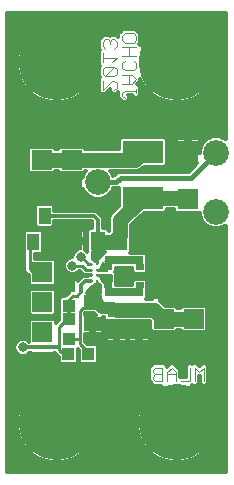
<source format=gbr>
G75*
G70*
%OFA0B0*%
%FSLAX24Y24*%
%IPPOS*%
%LPD*%
%AMOC8*
5,1,8,0,0,1.08239X$1,22.5*
%
%ADD10C,0.0040*%
%ADD11C,0.0118*%
%ADD12R,0.1299X0.0252*%
%ADD13R,0.0252X0.0201*%
%ADD14R,0.0512X0.0591*%
%ADD15R,0.0591X0.0512*%
%ADD16R,0.0394X0.0433*%
%ADD17R,0.0433X0.0394*%
%ADD18R,0.0650X0.0650*%
%ADD19R,0.0500X0.1000*%
%ADD20R,0.0394X0.0551*%
%ADD21R,0.1339X0.0748*%
%ADD22R,0.0669X0.0709*%
%ADD23C,0.2540*%
%ADD24C,0.0860*%
%ADD25C,0.0120*%
%ADD26C,0.0317*%
%ADD27C,0.0500*%
%ADD28C,0.0100*%
%ADD29C,0.0400*%
%ADD30C,0.0160*%
D10*
X005344Y007383D02*
X005574Y007383D01*
X005574Y007843D01*
X005344Y007843D01*
X005267Y007767D01*
X005267Y007690D01*
X005344Y007613D01*
X005574Y007613D01*
X005727Y007613D02*
X006034Y007613D01*
X006034Y007690D02*
X005881Y007843D01*
X005727Y007690D01*
X005727Y007383D01*
X006034Y007383D02*
X006034Y007690D01*
X006188Y007383D02*
X006495Y007383D01*
X006495Y007843D01*
X006648Y007843D02*
X006648Y007383D01*
X006802Y007690D02*
X006648Y007843D01*
X006802Y007690D02*
X006955Y007843D01*
X006955Y007383D01*
X005344Y007383D02*
X005267Y007460D01*
X005267Y007536D01*
X005344Y007613D01*
X004322Y016831D02*
X004245Y016908D01*
X004245Y016984D01*
X004322Y017061D01*
X004705Y017061D01*
X004705Y016984D02*
X004705Y017138D01*
X004552Y017291D02*
X004705Y017445D01*
X004552Y017598D01*
X004245Y017598D01*
X004322Y017752D02*
X004245Y017829D01*
X004245Y017982D01*
X004322Y018059D01*
X004245Y018212D02*
X004705Y018212D01*
X004629Y018059D02*
X004705Y017982D01*
X004705Y017829D01*
X004629Y017752D01*
X004322Y017752D01*
X004475Y017598D02*
X004475Y017291D01*
X004552Y017291D02*
X004245Y017291D01*
X004055Y017322D02*
X004055Y017168D01*
X003979Y017091D01*
X004055Y017322D02*
X003979Y017398D01*
X003902Y017398D01*
X003595Y017091D01*
X003595Y017398D01*
X003672Y017552D02*
X003979Y017859D01*
X003672Y017859D01*
X003595Y017782D01*
X003595Y017629D01*
X003672Y017552D01*
X003979Y017552D01*
X004055Y017629D01*
X004055Y017782D01*
X003979Y017859D01*
X003902Y018012D02*
X004055Y018166D01*
X003595Y018166D01*
X003595Y018319D02*
X003595Y018012D01*
X003672Y018473D02*
X003595Y018549D01*
X003595Y018703D01*
X003672Y018780D01*
X003748Y018780D01*
X003825Y018703D01*
X003825Y018626D01*
X003825Y018703D02*
X003902Y018780D01*
X003979Y018780D01*
X004055Y018703D01*
X004055Y018549D01*
X003979Y018473D01*
X004245Y018519D02*
X004705Y018519D01*
X004629Y018673D02*
X004322Y018673D01*
X004245Y018749D01*
X004245Y018903D01*
X004322Y018980D01*
X004629Y018980D01*
X004705Y018903D01*
X004705Y018749D01*
X004629Y018673D01*
X004475Y018519D02*
X004475Y018212D01*
D11*
X003398Y011308D03*
X003202Y011308D03*
X003202Y011111D03*
X003398Y011111D03*
X003398Y010915D03*
X003202Y010915D03*
X003202Y010718D03*
X003398Y010718D03*
D12*
X004300Y010364D03*
X004300Y011412D03*
D13*
X003776Y011189D03*
X003776Y010587D03*
X004824Y010587D03*
X004824Y011189D03*
D14*
X003424Y012063D03*
X002676Y012063D03*
D15*
X003250Y010037D03*
X003250Y009289D03*
X004050Y009014D03*
X004050Y009762D03*
X004800Y009762D03*
X004800Y009014D03*
D16*
X003110Y008288D03*
X002440Y008288D03*
D17*
X002475Y008778D03*
X002475Y009448D03*
X002475Y009903D03*
X002475Y010573D03*
D18*
X001575Y011013D03*
X001575Y010013D03*
X001575Y009013D03*
X001575Y008013D03*
X001550Y013763D03*
X001550Y014763D03*
X001550Y015763D03*
X002550Y015763D03*
X002550Y014763D03*
X002550Y013763D03*
X005625Y010463D03*
X005625Y009463D03*
X005625Y008463D03*
X006625Y008463D03*
X006625Y009463D03*
X006625Y010463D03*
D19*
X005800Y012263D03*
X004175Y012263D03*
D20*
X002024Y012030D03*
X001650Y012896D03*
X001276Y012030D03*
D21*
X004925Y013495D03*
X004925Y015031D03*
D22*
X006425Y015070D03*
X006425Y013456D03*
D23*
X006050Y018013D03*
X002050Y018013D03*
X002050Y006013D03*
X006050Y006013D03*
D24*
X007369Y013029D03*
X007369Y014997D03*
X003431Y014013D03*
D25*
X000410Y019653D02*
X000410Y004373D01*
X007690Y004373D01*
X007690Y012572D01*
X007680Y012562D01*
X007478Y012479D01*
X007259Y012479D01*
X007057Y012562D01*
X006902Y012717D01*
X006819Y012919D01*
X006819Y012991D01*
X006809Y012982D01*
X006041Y012982D01*
X005970Y013052D01*
X005970Y013125D01*
X005714Y013125D01*
X005714Y013072D01*
X005644Y013001D01*
X004954Y013001D01*
X004545Y012592D01*
X004545Y011713D01*
X004489Y011658D01*
X004999Y011658D01*
X005070Y011587D01*
X005070Y011039D01*
X004999Y010969D01*
X004648Y010969D01*
X004578Y011039D01*
X004578Y011166D01*
X004022Y011166D01*
X004022Y011039D01*
X004006Y011023D01*
X004045Y010983D01*
X004045Y010610D01*
X004578Y010610D01*
X004578Y010737D01*
X004648Y010807D01*
X004999Y010807D01*
X005070Y010737D01*
X005070Y010189D01*
X005019Y010138D01*
X005145Y010138D01*
X005151Y010132D01*
X005240Y010132D01*
X005240Y010435D01*
X005597Y010435D01*
X005597Y010490D01*
X005240Y010490D01*
X005240Y010800D01*
X005249Y010822D01*
X005266Y010839D01*
X005288Y010848D01*
X005597Y010848D01*
X005597Y010490D01*
X005653Y010490D01*
X006010Y010490D01*
X006010Y010800D01*
X006001Y010822D01*
X005984Y010839D01*
X005962Y010848D01*
X005653Y010848D01*
X005653Y010490D01*
X005653Y010435D01*
X006010Y010435D01*
X006010Y010126D01*
X006001Y010104D01*
X005984Y010087D01*
X005962Y010078D01*
X005653Y010078D01*
X005653Y010435D01*
X005597Y010435D01*
X005597Y010078D01*
X005505Y010078D01*
X005511Y010076D01*
X005678Y009908D01*
X006000Y009908D01*
X006070Y009838D01*
X006070Y009833D01*
X006180Y009833D01*
X006180Y009838D01*
X006250Y009908D01*
X007000Y009908D01*
X007070Y009838D01*
X007070Y009088D01*
X007000Y009018D01*
X006250Y009018D01*
X006180Y009088D01*
X006180Y009093D01*
X006070Y009093D01*
X006070Y009088D01*
X006000Y009018D01*
X005250Y009018D01*
X005180Y009088D01*
X005180Y009360D01*
X005149Y009390D01*
X005145Y009386D01*
X004455Y009386D01*
X004449Y009392D01*
X004401Y009392D01*
X004395Y009386D01*
X003705Y009386D01*
X003635Y009456D01*
X003635Y009518D01*
X003605Y009518D01*
X003605Y009349D01*
X003310Y009349D01*
X003190Y009349D01*
X003190Y009605D01*
X002995Y009605D01*
X002995Y009661D01*
X003299Y009661D01*
X003304Y009657D01*
X003356Y009605D01*
X003310Y009605D01*
X003310Y009349D01*
X003310Y009229D01*
X003605Y009229D01*
X003605Y009021D01*
X003596Y008999D01*
X003579Y008982D01*
X003557Y008973D01*
X003310Y008973D01*
X003310Y009229D01*
X003190Y009229D01*
X003190Y008973D01*
X002995Y008973D01*
X002995Y008799D01*
X003009Y008768D01*
X002995Y008732D01*
X002995Y008693D01*
X003064Y008625D01*
X003356Y008625D01*
X003426Y008554D01*
X003426Y008022D01*
X003356Y007951D01*
X002863Y007951D01*
X002793Y008022D01*
X002793Y008414D01*
X002757Y008450D01*
X002757Y008022D01*
X002687Y007951D01*
X002194Y007951D01*
X002124Y008022D01*
X002124Y008199D01*
X002055Y008268D01*
X002055Y008268D01*
X001990Y008333D01*
X001960Y008333D01*
X001960Y008040D01*
X001603Y008040D01*
X001603Y007985D01*
X001960Y007985D01*
X001960Y007676D01*
X001951Y007654D01*
X001934Y007637D01*
X001912Y007628D01*
X001603Y007628D01*
X001603Y007985D01*
X001547Y007985D01*
X001547Y007628D01*
X001238Y007628D01*
X001216Y007637D01*
X001199Y007654D01*
X001190Y007676D01*
X001190Y007985D01*
X001547Y007985D01*
X001547Y008040D01*
X001190Y008040D01*
X001190Y008333D01*
X001139Y008333D01*
X001083Y008277D01*
X000980Y008234D01*
X000870Y008234D01*
X000767Y008277D01*
X000689Y008355D01*
X000646Y008458D01*
X000646Y008568D01*
X000689Y008671D01*
X000767Y008749D01*
X000870Y008792D01*
X000980Y008792D01*
X001083Y008749D01*
X001130Y008702D01*
X001130Y009388D01*
X001200Y009458D01*
X001950Y009458D01*
X002020Y009388D01*
X002020Y009323D01*
X002055Y009358D01*
X002138Y009442D01*
X002138Y010150D01*
X002209Y010220D01*
X002342Y010220D01*
X002430Y010308D01*
X002513Y010392D01*
X002513Y010534D01*
X002437Y010534D01*
X002437Y010316D01*
X002247Y010316D01*
X002224Y010325D01*
X002208Y010342D01*
X002198Y010364D01*
X002198Y010534D01*
X002437Y010534D01*
X002437Y010611D01*
X002437Y010829D01*
X002247Y010829D01*
X002224Y010820D01*
X002208Y010803D01*
X002198Y010781D01*
X002198Y010611D01*
X002437Y010611D01*
X002513Y010611D01*
X002513Y010829D01*
X002703Y010829D01*
X002726Y010820D01*
X002742Y010803D01*
X002752Y010781D01*
X002752Y010719D01*
X002800Y010768D01*
X002930Y010898D01*
X003083Y010898D01*
X003083Y010899D01*
X003083Y010915D01*
X003202Y010915D01*
X003202Y010915D01*
X003083Y010915D01*
X003083Y010930D01*
X003086Y010941D01*
X002956Y010941D01*
X002830Y011068D01*
X002799Y011068D01*
X002733Y011002D01*
X002630Y010959D01*
X002520Y010959D01*
X002417Y011002D01*
X002339Y011080D01*
X002296Y011183D01*
X002296Y011293D01*
X002339Y011396D01*
X002417Y011474D01*
X002520Y011517D01*
X002571Y011517D01*
X002571Y011568D01*
X002614Y011671D01*
X002692Y011749D01*
X002736Y011767D01*
X002736Y012003D01*
X002736Y012123D01*
X002992Y012123D01*
X002992Y012370D01*
X002983Y012392D01*
X002966Y012409D01*
X002944Y012418D01*
X002736Y012418D01*
X002736Y012123D01*
X002616Y012123D01*
X002616Y012418D01*
X002408Y012418D01*
X002386Y012409D01*
X002369Y012392D01*
X002360Y012370D01*
X002360Y012123D01*
X002616Y012123D01*
X002616Y012003D01*
X002736Y012003D01*
X002992Y012003D01*
X002992Y011756D01*
X003008Y011749D01*
X003055Y011702D01*
X003055Y011711D01*
X003048Y011718D01*
X003048Y012408D01*
X003118Y012478D01*
X003245Y012478D01*
X003245Y012688D01*
X003217Y012716D01*
X001967Y012716D01*
X001967Y012571D01*
X001897Y012500D01*
X001403Y012500D01*
X001333Y012571D01*
X001333Y013221D01*
X001403Y013292D01*
X001897Y013292D01*
X001967Y013221D01*
X001967Y013076D01*
X003366Y013076D01*
X003500Y012943D01*
X003605Y012838D01*
X003605Y012478D01*
X003730Y012478D01*
X003798Y012410D01*
X003805Y012416D01*
X003805Y012819D01*
X003861Y012955D01*
X004136Y013229D01*
X004136Y013839D01*
X004109Y013813D01*
X003944Y013813D01*
X003898Y013701D01*
X003743Y013547D01*
X003541Y013463D01*
X003322Y013463D01*
X003120Y013547D01*
X002965Y013701D01*
X002928Y013790D01*
X002578Y013790D01*
X002578Y013735D01*
X002935Y013735D01*
X002935Y013426D01*
X002926Y013404D01*
X002909Y013387D01*
X002887Y013378D01*
X002578Y013378D01*
X002578Y013735D01*
X002522Y013735D01*
X002522Y013378D01*
X002213Y013378D01*
X002191Y013387D01*
X002174Y013404D01*
X002165Y013426D01*
X002165Y013735D01*
X002522Y013735D01*
X002522Y013790D01*
X002165Y013790D01*
X002165Y014100D01*
X002174Y014122D01*
X002191Y014139D01*
X002213Y014148D01*
X002522Y014148D01*
X002522Y013790D01*
X002578Y013790D01*
X002578Y014148D01*
X002887Y014148D01*
X002891Y014146D01*
X002965Y014325D01*
X003034Y014393D01*
X002995Y014393D01*
X002995Y014388D01*
X002925Y014318D01*
X002175Y014318D01*
X002105Y014388D01*
X002105Y014393D01*
X001995Y014393D01*
X001995Y014388D01*
X001925Y014318D01*
X001175Y014318D01*
X001105Y014388D01*
X001105Y015138D01*
X001175Y015208D01*
X001925Y015208D01*
X001995Y015138D01*
X001995Y015133D01*
X002105Y015133D01*
X002105Y015138D01*
X002175Y015208D01*
X002925Y015208D01*
X002995Y015138D01*
X002995Y015133D01*
X004136Y015133D01*
X004136Y015454D01*
X004206Y015525D01*
X005644Y015525D01*
X005714Y015454D01*
X005714Y014607D01*
X005644Y014537D01*
X004954Y014537D01*
X004867Y014449D01*
X004731Y014393D01*
X003829Y014393D01*
X003898Y014325D01*
X003944Y014213D01*
X003984Y014253D01*
X004101Y014370D01*
X006459Y014370D01*
X006744Y014656D01*
X006485Y014656D01*
X006485Y015010D01*
X006365Y015010D01*
X006365Y014656D01*
X006078Y014656D01*
X006056Y014665D01*
X006039Y014682D01*
X006030Y014704D01*
X006030Y015010D01*
X006365Y015010D01*
X006365Y015130D01*
X006030Y015130D01*
X006030Y015436D01*
X006039Y015458D01*
X006056Y015475D01*
X006078Y015484D01*
X006365Y015484D01*
X006365Y015130D01*
X006485Y015130D01*
X006820Y015130D01*
X006820Y015436D01*
X006811Y015458D01*
X006794Y015475D01*
X006772Y015484D01*
X006485Y015484D01*
X006485Y015130D01*
X006485Y015010D01*
X006819Y015010D01*
X006819Y015107D01*
X006902Y015309D01*
X007057Y015464D01*
X007259Y015547D01*
X007478Y015547D01*
X007680Y015464D01*
X007690Y015454D01*
X007690Y019653D01*
X000410Y019653D01*
X000410Y019537D02*
X007690Y019537D01*
X007690Y019418D02*
X000410Y019418D01*
X000410Y019300D02*
X001709Y019300D01*
X001726Y019305D02*
X001601Y019267D01*
X001481Y019217D01*
X001365Y019155D01*
X001257Y019083D01*
X001156Y019000D01*
X001063Y018907D01*
X000980Y018806D01*
X000908Y018698D01*
X000846Y018582D01*
X000796Y018462D01*
X000758Y018337D01*
X000733Y018208D01*
X000720Y018078D01*
X000720Y018073D01*
X001990Y018073D01*
X001990Y019343D01*
X001985Y019343D01*
X001855Y019330D01*
X001726Y019305D01*
X001990Y019300D02*
X002110Y019300D01*
X002115Y019343D02*
X002110Y019343D01*
X002110Y018073D01*
X001990Y018073D01*
X001990Y017953D01*
X000720Y017953D01*
X000720Y017948D01*
X000733Y017818D01*
X000758Y017689D01*
X000796Y017564D01*
X000846Y017444D01*
X000908Y017328D01*
X000980Y017220D01*
X001063Y017119D01*
X001156Y017026D01*
X001257Y016943D01*
X001365Y016871D01*
X001481Y016809D01*
X001601Y016759D01*
X001726Y016721D01*
X001855Y016696D01*
X001985Y016683D01*
X001990Y016683D01*
X001990Y017953D01*
X002110Y017953D01*
X002110Y018073D01*
X003380Y018073D01*
X003380Y018078D01*
X003367Y018208D01*
X003342Y018337D01*
X003304Y018462D01*
X003254Y018582D01*
X003192Y018698D01*
X003120Y018806D01*
X003037Y018907D01*
X002944Y019000D01*
X002843Y019083D01*
X002735Y019155D01*
X002619Y019217D01*
X002499Y019267D01*
X002374Y019305D01*
X002245Y019330D01*
X002115Y019343D01*
X002110Y019181D02*
X001990Y019181D01*
X001990Y019063D02*
X002110Y019063D01*
X002110Y018944D02*
X001990Y018944D01*
X001990Y018826D02*
X002110Y018826D01*
X002110Y018707D02*
X001990Y018707D01*
X001990Y018589D02*
X002110Y018589D01*
X002110Y018470D02*
X001990Y018470D01*
X001990Y018352D02*
X002110Y018352D01*
X002110Y018233D02*
X001990Y018233D01*
X001990Y018115D02*
X002110Y018115D01*
X002110Y017996D02*
X003455Y017996D01*
X003455Y017954D02*
X003512Y017897D01*
X003509Y017894D01*
X003455Y017840D01*
X003455Y017571D01*
X003512Y017513D01*
X003455Y017456D01*
X003455Y017033D01*
X003537Y016951D01*
X003653Y016951D01*
X003839Y017137D01*
X003839Y017033D01*
X003921Y016951D01*
X004037Y016951D01*
X004105Y017020D01*
X004105Y016850D01*
X004187Y016768D01*
X004264Y016691D01*
X004380Y016691D01*
X004462Y016773D01*
X004462Y016889D01*
X004430Y016921D01*
X004571Y016921D01*
X004647Y016844D01*
X004763Y016844D01*
X004845Y016926D01*
X004845Y017196D01*
X004763Y017278D01*
X004736Y017278D01*
X004763Y017305D01*
X004763Y017305D01*
X004845Y017387D01*
X004845Y017446D01*
X004846Y017444D01*
X004908Y017328D01*
X004980Y017220D01*
X005063Y017119D01*
X005156Y017026D01*
X005257Y016943D01*
X005365Y016871D01*
X005481Y016809D01*
X005601Y016759D01*
X005726Y016721D01*
X005855Y016696D01*
X005985Y016683D01*
X005990Y016683D01*
X005990Y017953D01*
X006110Y017953D01*
X006110Y018073D01*
X005990Y018073D01*
X005990Y019343D01*
X005985Y019343D01*
X005855Y019330D01*
X005726Y019305D01*
X005601Y019267D01*
X005481Y019217D01*
X005365Y019155D01*
X005257Y019083D01*
X005156Y019000D01*
X005063Y018907D01*
X004980Y018806D01*
X004908Y018698D01*
X004846Y018582D01*
X004844Y018578D01*
X004788Y018634D01*
X004792Y018638D01*
X004845Y018691D01*
X004845Y018961D01*
X004687Y019120D01*
X004264Y019120D01*
X004212Y019067D01*
X004182Y019038D01*
X004182Y019038D01*
X004157Y019013D01*
X004105Y018961D01*
X004105Y018851D01*
X004037Y018920D01*
X003844Y018920D01*
X003825Y018901D01*
X003806Y018920D01*
X003614Y018920D01*
X003560Y018866D01*
X003532Y018838D01*
X003532Y018838D01*
X003509Y018814D01*
X003455Y018761D01*
X003455Y018491D01*
X003512Y018434D01*
X003455Y018377D01*
X003455Y017954D01*
X003380Y017953D02*
X002110Y017953D01*
X002110Y016683D01*
X002115Y016683D01*
X002245Y016696D01*
X002374Y016721D01*
X002499Y016759D01*
X002619Y016809D01*
X002735Y016871D01*
X002843Y016943D01*
X002944Y017026D01*
X003037Y017119D01*
X003120Y017220D01*
X003192Y017328D01*
X003254Y017444D01*
X003304Y017564D01*
X003342Y017689D01*
X003367Y017818D01*
X003380Y017948D01*
X003380Y017953D01*
X003373Y017878D02*
X003493Y017878D01*
X003455Y017759D02*
X003356Y017759D01*
X003327Y017641D02*
X003455Y017641D01*
X003504Y017522D02*
X003286Y017522D01*
X003232Y017404D02*
X003455Y017404D01*
X003455Y017285D02*
X003163Y017285D01*
X003076Y017167D02*
X003455Y017167D01*
X003455Y017048D02*
X002966Y017048D01*
X002822Y016930D02*
X004105Y016930D01*
X004144Y016811D02*
X002623Y016811D01*
X002212Y016693D02*
X004262Y016693D01*
X004381Y016693D02*
X005888Y016693D01*
X005990Y016693D02*
X006110Y016693D01*
X006110Y016683D02*
X006115Y016683D01*
X006245Y016696D01*
X006374Y016721D01*
X006499Y016759D01*
X006619Y016809D01*
X006735Y016871D01*
X006843Y016943D01*
X006944Y017026D01*
X007037Y017119D01*
X007120Y017220D01*
X007192Y017328D01*
X007254Y017444D01*
X007304Y017564D01*
X007342Y017689D01*
X007367Y017818D01*
X007380Y017948D01*
X007380Y017953D01*
X006110Y017953D01*
X006110Y016683D01*
X006212Y016693D02*
X007690Y016693D01*
X007690Y016811D02*
X006623Y016811D01*
X006822Y016930D02*
X007690Y016930D01*
X007690Y017048D02*
X006966Y017048D01*
X007076Y017167D02*
X007690Y017167D01*
X007690Y017285D02*
X007163Y017285D01*
X007232Y017404D02*
X007690Y017404D01*
X007690Y017522D02*
X007286Y017522D01*
X007327Y017641D02*
X007690Y017641D01*
X007690Y017759D02*
X007356Y017759D01*
X007373Y017878D02*
X007690Y017878D01*
X007690Y017996D02*
X006110Y017996D01*
X006110Y018073D02*
X007380Y018073D01*
X007380Y018078D01*
X007367Y018208D01*
X007342Y018337D01*
X007304Y018462D01*
X007254Y018582D01*
X007192Y018698D01*
X007120Y018806D01*
X007037Y018907D01*
X006944Y019000D01*
X006843Y019083D01*
X006735Y019155D01*
X006619Y019217D01*
X006499Y019267D01*
X006374Y019305D01*
X006245Y019330D01*
X006115Y019343D01*
X006110Y019343D01*
X006110Y018073D01*
X006110Y018115D02*
X005990Y018115D01*
X005990Y018233D02*
X006110Y018233D01*
X006110Y018352D02*
X005990Y018352D01*
X005990Y018470D02*
X006110Y018470D01*
X006110Y018589D02*
X005990Y018589D01*
X005990Y018707D02*
X006110Y018707D01*
X006110Y018826D02*
X005990Y018826D01*
X005990Y018944D02*
X006110Y018944D01*
X006110Y019063D02*
X005990Y019063D01*
X005990Y019181D02*
X006110Y019181D01*
X006110Y019300D02*
X005990Y019300D01*
X005709Y019300D02*
X002391Y019300D01*
X002686Y019181D02*
X005414Y019181D01*
X005232Y019063D02*
X004744Y019063D01*
X004845Y018944D02*
X005100Y018944D01*
X004996Y018826D02*
X004845Y018826D01*
X004845Y018707D02*
X004914Y018707D01*
X004850Y018589D02*
X004834Y018589D01*
X004207Y019063D02*
X002868Y019063D01*
X003000Y018944D02*
X004105Y018944D01*
X003520Y018826D02*
X003104Y018826D01*
X003186Y018707D02*
X003455Y018707D01*
X003455Y018589D02*
X003250Y018589D01*
X003300Y018470D02*
X003476Y018470D01*
X003455Y018352D02*
X003337Y018352D01*
X003362Y018233D02*
X003455Y018233D01*
X003455Y018115D02*
X003376Y018115D01*
X003750Y017048D02*
X003839Y017048D01*
X004462Y016811D02*
X005477Y016811D01*
X005278Y016930D02*
X004845Y016930D01*
X004845Y017048D02*
X005134Y017048D01*
X005024Y017167D02*
X004845Y017167D01*
X004937Y017285D02*
X004744Y017285D01*
X004845Y017404D02*
X004868Y017404D01*
X004189Y015508D02*
X002935Y015508D01*
X002935Y015426D02*
X002935Y015735D01*
X002578Y015735D01*
X002578Y015790D01*
X002935Y015790D01*
X002935Y016100D01*
X007690Y016100D01*
X007690Y015982D02*
X002935Y015982D01*
X002935Y016100D02*
X002926Y016122D01*
X002909Y016139D01*
X002887Y016148D01*
X002578Y016148D01*
X002578Y015790D01*
X002522Y015790D01*
X002522Y015735D01*
X002578Y015735D01*
X002578Y015378D01*
X002887Y015378D01*
X002909Y015387D01*
X002926Y015404D01*
X002935Y015426D01*
X002911Y015389D02*
X004136Y015389D01*
X004136Y015271D02*
X000410Y015271D01*
X000410Y015389D02*
X001189Y015389D01*
X001191Y015387D02*
X001213Y015378D01*
X001522Y015378D01*
X001522Y015735D01*
X001578Y015735D01*
X001578Y015790D01*
X001935Y015790D01*
X001935Y016100D01*
X002165Y016100D01*
X002165Y015790D01*
X002522Y015790D01*
X002522Y016148D01*
X002213Y016148D01*
X002191Y016139D01*
X002174Y016122D01*
X002165Y016100D01*
X002165Y015982D02*
X001935Y015982D01*
X001935Y016100D02*
X001926Y016122D01*
X001909Y016139D01*
X001887Y016148D01*
X001578Y016148D01*
X001578Y015790D01*
X001522Y015790D01*
X001522Y015735D01*
X001165Y015735D01*
X001165Y015426D01*
X001174Y015404D01*
X001191Y015387D01*
X001165Y015508D02*
X000410Y015508D01*
X000410Y015626D02*
X001165Y015626D01*
X001165Y015790D02*
X001165Y016100D01*
X000410Y016100D01*
X000410Y015982D02*
X001165Y015982D01*
X001165Y016100D02*
X001174Y016122D01*
X001191Y016139D01*
X001213Y016148D01*
X001522Y016148D01*
X001522Y015790D01*
X001165Y015790D01*
X001165Y015863D02*
X000410Y015863D01*
X000410Y015745D02*
X001522Y015745D01*
X001578Y015745D02*
X002522Y015745D01*
X002522Y015735D02*
X002165Y015735D01*
X002165Y015426D01*
X002174Y015404D01*
X002191Y015387D01*
X002213Y015378D01*
X002522Y015378D01*
X002522Y015735D01*
X002578Y015745D02*
X007690Y015745D01*
X007690Y015863D02*
X002935Y015863D01*
X002935Y015626D02*
X007690Y015626D01*
X007690Y015508D02*
X007574Y015508D01*
X007690Y016219D02*
X000410Y016219D01*
X000410Y016337D02*
X007690Y016337D01*
X007690Y016456D02*
X000410Y016456D01*
X000410Y016574D02*
X007690Y016574D01*
X007163Y015508D02*
X005661Y015508D01*
X005714Y015389D02*
X006030Y015389D01*
X006030Y015271D02*
X005714Y015271D01*
X005714Y015152D02*
X006030Y015152D01*
X006030Y014915D02*
X005714Y014915D01*
X005714Y014797D02*
X006030Y014797D01*
X006043Y014678D02*
X005714Y014678D01*
X005667Y014560D02*
X006648Y014560D01*
X006529Y014441D02*
X004847Y014441D01*
X004136Y013730D02*
X003910Y013730D01*
X003808Y013612D02*
X004136Y013612D01*
X004136Y013493D02*
X003613Y013493D01*
X003424Y013019D02*
X003925Y013019D01*
X003839Y012901D02*
X003542Y012901D01*
X003605Y012782D02*
X003805Y012782D01*
X003805Y012664D02*
X003605Y012664D01*
X003605Y012545D02*
X003805Y012545D01*
X003805Y012427D02*
X003781Y012427D01*
X003425Y012763D02*
X003425Y012013D01*
X003048Y012071D02*
X002736Y012071D01*
X002736Y011953D02*
X002616Y011953D01*
X002616Y012003D02*
X002616Y011708D01*
X002408Y011708D01*
X002386Y011717D01*
X002369Y011734D01*
X002360Y011756D01*
X002360Y012003D01*
X002616Y012003D01*
X002616Y012071D02*
X002281Y012071D01*
X002281Y012068D02*
X002281Y012317D01*
X002272Y012339D01*
X002255Y012356D01*
X002233Y012366D01*
X002062Y012366D01*
X002062Y012068D01*
X001986Y012068D01*
X001986Y011991D01*
X002062Y011991D01*
X002062Y011694D01*
X002233Y011694D01*
X002255Y011703D01*
X002272Y011720D01*
X002281Y011742D01*
X002281Y011991D01*
X002062Y011991D01*
X002062Y012068D01*
X002281Y012068D01*
X002281Y011953D02*
X002360Y011953D01*
X002360Y011834D02*
X002281Y011834D01*
X002267Y011716D02*
X002389Y011716D01*
X002427Y011479D02*
X001320Y011479D01*
X001320Y011458D02*
X001320Y011634D01*
X001523Y011634D01*
X001593Y011705D01*
X001593Y012355D01*
X001523Y012426D01*
X001029Y012426D01*
X000959Y012355D01*
X000959Y011705D01*
X000980Y011684D01*
X000980Y011068D01*
X001080Y010968D01*
X001130Y010918D01*
X001130Y010638D01*
X001200Y010568D01*
X001950Y010568D01*
X002020Y010638D01*
X002020Y011388D01*
X001950Y011458D01*
X001320Y011458D01*
X001320Y011597D02*
X002583Y011597D01*
X002616Y011716D02*
X002658Y011716D01*
X002616Y011834D02*
X002736Y011834D01*
X002992Y011834D02*
X003048Y011834D01*
X003048Y011953D02*
X002992Y011953D01*
X002992Y012190D02*
X003048Y012190D01*
X003048Y012308D02*
X002992Y012308D01*
X003067Y012427D02*
X000410Y012427D01*
X000410Y012545D02*
X001359Y012545D01*
X001333Y012664D02*
X000410Y012664D01*
X000410Y012782D02*
X001333Y012782D01*
X001333Y012901D02*
X000410Y012901D01*
X000410Y013019D02*
X001333Y013019D01*
X001333Y013138D02*
X000410Y013138D01*
X000410Y013256D02*
X001368Y013256D01*
X001522Y013378D02*
X001522Y013735D01*
X001578Y013735D01*
X001578Y013790D01*
X001935Y013790D01*
X001935Y014100D01*
X001926Y014122D01*
X001909Y014139D01*
X001887Y014148D01*
X001578Y014148D01*
X001578Y013790D01*
X001522Y013790D01*
X001522Y013735D01*
X001165Y013735D01*
X001165Y013426D01*
X001174Y013404D01*
X001191Y013387D01*
X001213Y013378D01*
X001522Y013378D01*
X001578Y013378D02*
X001887Y013378D01*
X001909Y013387D01*
X001926Y013404D01*
X001935Y013426D01*
X001935Y013735D01*
X001578Y013735D01*
X001578Y013378D01*
X001578Y013493D02*
X001522Y013493D01*
X001522Y013612D02*
X001578Y013612D01*
X001578Y013730D02*
X001522Y013730D01*
X001522Y013790D02*
X001165Y013790D01*
X001165Y014100D01*
X001174Y014122D01*
X001191Y014139D01*
X001213Y014148D01*
X001522Y014148D01*
X001522Y013790D01*
X001522Y013849D02*
X001578Y013849D01*
X001578Y013967D02*
X001522Y013967D01*
X001522Y014086D02*
X001578Y014086D01*
X001935Y014086D02*
X002165Y014086D01*
X002165Y013967D02*
X001935Y013967D01*
X001935Y013849D02*
X002165Y013849D01*
X002165Y013730D02*
X001935Y013730D01*
X001935Y013612D02*
X002165Y013612D01*
X002165Y013493D02*
X001935Y013493D01*
X001932Y013256D02*
X004136Y013256D01*
X004136Y013375D02*
X000410Y013375D01*
X000410Y013493D02*
X001165Y013493D01*
X001165Y013612D02*
X000410Y013612D01*
X000410Y013730D02*
X001165Y013730D01*
X001165Y013849D02*
X000410Y013849D01*
X000410Y013967D02*
X001165Y013967D01*
X001165Y014086D02*
X000410Y014086D01*
X000410Y014204D02*
X002915Y014204D01*
X002929Y014323D02*
X002964Y014323D01*
X002578Y014086D02*
X002522Y014086D01*
X002522Y013967D02*
X002578Y013967D01*
X002578Y013849D02*
X002522Y013849D01*
X002522Y013730D02*
X002578Y013730D01*
X002578Y013612D02*
X002522Y013612D01*
X002522Y013493D02*
X002578Y013493D01*
X002935Y013493D02*
X003250Y013493D01*
X003055Y013612D02*
X002935Y013612D01*
X002935Y013730D02*
X002953Y013730D01*
X003292Y012896D02*
X003425Y012763D01*
X003292Y012896D02*
X001650Y012896D01*
X001941Y012545D02*
X003245Y012545D01*
X003245Y012664D02*
X001967Y012664D01*
X001986Y012366D02*
X001815Y012366D01*
X001793Y012356D01*
X001776Y012339D01*
X001767Y012317D01*
X001767Y012068D01*
X001986Y012068D01*
X001986Y012366D01*
X001986Y012308D02*
X002062Y012308D01*
X002062Y012190D02*
X001986Y012190D01*
X001986Y012071D02*
X002062Y012071D01*
X001986Y011991D02*
X001767Y011991D01*
X001767Y011742D01*
X001776Y011720D01*
X001793Y011703D01*
X001815Y011694D01*
X001986Y011694D01*
X001986Y011991D01*
X001986Y011953D02*
X002062Y011953D01*
X002062Y011834D02*
X001986Y011834D01*
X001986Y011716D02*
X002062Y011716D01*
X001781Y011716D02*
X001593Y011716D01*
X001593Y011834D02*
X001767Y011834D01*
X001767Y011953D02*
X001593Y011953D01*
X001593Y012071D02*
X001767Y012071D01*
X001767Y012190D02*
X001593Y012190D01*
X001593Y012308D02*
X001767Y012308D01*
X002281Y012308D02*
X002360Y012308D01*
X002360Y012190D02*
X002281Y012190D01*
X002616Y012190D02*
X002736Y012190D01*
X002736Y012308D02*
X002616Y012308D01*
X003042Y011716D02*
X003051Y011716D01*
X002893Y011005D02*
X002736Y011005D01*
X002918Y010886D02*
X002020Y010886D01*
X002020Y010768D02*
X002198Y010768D01*
X002198Y010649D02*
X002020Y010649D01*
X001950Y010458D02*
X001200Y010458D01*
X001130Y010388D01*
X001130Y009638D01*
X001200Y009568D01*
X001950Y009568D01*
X002020Y009638D01*
X002020Y010388D01*
X001950Y010458D01*
X001996Y010412D02*
X002198Y010412D01*
X002198Y010531D02*
X000410Y010531D01*
X000410Y010649D02*
X001130Y010649D01*
X001130Y010768D02*
X000410Y010768D01*
X000410Y010886D02*
X001130Y010886D01*
X001043Y011005D02*
X000410Y011005D01*
X000410Y011123D02*
X000980Y011123D01*
X000980Y011242D02*
X000410Y011242D01*
X000410Y011360D02*
X000980Y011360D01*
X000980Y011479D02*
X000410Y011479D01*
X000410Y011597D02*
X000980Y011597D01*
X000959Y011716D02*
X000410Y011716D01*
X000410Y011834D02*
X000959Y011834D01*
X000959Y011953D02*
X000410Y011953D01*
X000410Y012071D02*
X000959Y012071D01*
X000959Y012190D02*
X000410Y012190D01*
X000410Y012308D02*
X000959Y012308D01*
X001154Y010412D02*
X000410Y010412D01*
X000410Y010294D02*
X001130Y010294D01*
X001130Y010175D02*
X000410Y010175D01*
X000410Y010057D02*
X001130Y010057D01*
X001130Y009938D02*
X000410Y009938D01*
X000410Y009820D02*
X001130Y009820D01*
X001130Y009701D02*
X000410Y009701D01*
X000410Y009583D02*
X001186Y009583D01*
X001130Y009346D02*
X000410Y009346D01*
X000410Y009464D02*
X002138Y009464D01*
X002138Y009583D02*
X001964Y009583D01*
X002020Y009701D02*
X002138Y009701D01*
X002138Y009820D02*
X002020Y009820D01*
X002020Y009938D02*
X002138Y009938D01*
X002138Y010057D02*
X002020Y010057D01*
X002020Y010175D02*
X002164Y010175D01*
X002020Y010294D02*
X002415Y010294D01*
X002437Y010412D02*
X002513Y010412D01*
X002513Y010531D02*
X002437Y010531D01*
X002437Y010649D02*
X002513Y010649D01*
X002513Y010768D02*
X002437Y010768D01*
X002414Y011005D02*
X002020Y011005D01*
X002020Y011123D02*
X002321Y011123D01*
X002296Y011242D02*
X002020Y011242D01*
X002020Y011360D02*
X002324Y011360D01*
X002752Y010768D02*
X002800Y010768D01*
X002875Y010588D02*
X002875Y010403D01*
X002875Y010588D02*
X003005Y010718D01*
X003202Y010718D01*
X003190Y009583D02*
X003310Y009583D01*
X003310Y009464D02*
X003190Y009464D01*
X003310Y009346D02*
X005180Y009346D01*
X005146Y009304D02*
X005129Y009321D01*
X005107Y009330D01*
X004860Y009330D01*
X004860Y009074D01*
X004740Y009074D01*
X004740Y009330D01*
X004493Y009330D01*
X004471Y009321D01*
X004454Y009304D01*
X004445Y009282D01*
X004445Y009074D01*
X004740Y009074D01*
X004740Y008954D01*
X004445Y008954D01*
X004445Y008746D01*
X004454Y008724D01*
X004471Y008707D01*
X004493Y008698D01*
X004740Y008698D01*
X004740Y008954D01*
X004860Y008954D01*
X004860Y009074D01*
X005155Y009074D01*
X005155Y009282D01*
X005146Y009304D01*
X005155Y009227D02*
X005180Y009227D01*
X005180Y009109D02*
X005155Y009109D01*
X005155Y008954D02*
X004860Y008954D01*
X004860Y008698D01*
X005107Y008698D01*
X005129Y008707D01*
X005146Y008724D01*
X005155Y008746D01*
X005155Y008954D01*
X005155Y008872D02*
X007690Y008872D01*
X007690Y008990D02*
X004860Y008990D01*
X004860Y008872D02*
X004740Y008872D01*
X004740Y008990D02*
X004110Y008990D01*
X004110Y008954D02*
X004110Y009074D01*
X003990Y009074D01*
X003990Y009330D01*
X003743Y009330D01*
X003721Y009321D01*
X003704Y009304D01*
X003695Y009282D01*
X003695Y009074D01*
X003990Y009074D01*
X003990Y008954D01*
X003695Y008954D01*
X003695Y008746D01*
X003704Y008724D01*
X003721Y008707D01*
X003743Y008698D01*
X003990Y008698D01*
X003990Y008954D01*
X004110Y008954D01*
X004405Y008954D01*
X004405Y008746D01*
X004396Y008724D01*
X004379Y008707D01*
X004357Y008698D01*
X004110Y008698D01*
X004110Y008954D01*
X004110Y008872D02*
X003990Y008872D01*
X003990Y008990D02*
X003587Y008990D01*
X003605Y009109D02*
X003695Y009109D01*
X003695Y009227D02*
X003605Y009227D01*
X003605Y009464D02*
X003635Y009464D01*
X003310Y009227D02*
X003190Y009227D01*
X003190Y009109D02*
X003310Y009109D01*
X003310Y008990D02*
X003190Y008990D01*
X002995Y008872D02*
X003695Y008872D01*
X003695Y008753D02*
X003003Y008753D01*
X003054Y008635D02*
X005240Y008635D01*
X005240Y008753D02*
X005155Y008753D01*
X005240Y008800D02*
X005240Y008490D01*
X005597Y008490D01*
X005597Y008435D01*
X005653Y008435D01*
X005653Y008490D01*
X006010Y008490D01*
X006010Y008800D01*
X006001Y008822D01*
X005984Y008839D01*
X005962Y008848D01*
X005653Y008848D01*
X005653Y008490D01*
X005597Y008490D01*
X005597Y008848D01*
X005288Y008848D01*
X005266Y008839D01*
X005249Y008822D01*
X005240Y008800D01*
X005240Y008516D02*
X003426Y008516D01*
X003426Y008398D02*
X005240Y008398D01*
X005240Y008435D02*
X005240Y008126D01*
X005249Y008104D01*
X005266Y008087D01*
X005288Y008078D01*
X005597Y008078D01*
X005597Y008435D01*
X005240Y008435D01*
X005240Y008279D02*
X003426Y008279D01*
X003426Y008161D02*
X005240Y008161D01*
X005286Y007983D02*
X005209Y007907D01*
X005127Y007825D01*
X005127Y007632D01*
X005146Y007613D01*
X005127Y007594D01*
X005127Y007402D01*
X005181Y007348D01*
X005209Y007320D01*
X005232Y007297D01*
X005286Y007243D01*
X005544Y007243D01*
X005481Y007217D01*
X005365Y007155D01*
X005257Y007083D01*
X005156Y007000D01*
X005063Y006907D01*
X004980Y006806D01*
X004908Y006698D01*
X004846Y006582D01*
X004796Y006462D01*
X004758Y006337D01*
X004733Y006208D01*
X004720Y006078D01*
X004720Y006073D01*
X005990Y006073D01*
X005990Y005953D01*
X004720Y005953D01*
X004720Y005948D01*
X004733Y005818D01*
X004758Y005689D01*
X004796Y005564D01*
X004846Y005444D01*
X004908Y005328D01*
X004980Y005220D01*
X005063Y005119D01*
X005156Y005026D01*
X005257Y004943D01*
X005365Y004871D01*
X005481Y004809D01*
X005601Y004759D01*
X005726Y004721D01*
X005855Y004696D01*
X005985Y004683D01*
X005990Y004683D01*
X005990Y005953D01*
X006110Y005953D01*
X006110Y006073D01*
X007380Y006073D01*
X007380Y006078D01*
X007367Y006208D01*
X007342Y006337D01*
X007304Y006462D01*
X007254Y006582D01*
X007192Y006698D01*
X007120Y006806D01*
X007037Y006907D01*
X006944Y007000D01*
X006843Y007083D01*
X006735Y007155D01*
X006619Y007217D01*
X006554Y007244D01*
X006571Y007262D01*
X006590Y007243D01*
X006706Y007243D01*
X006788Y007325D01*
X006788Y007550D01*
X006815Y007550D01*
X006815Y007325D01*
X006897Y007243D01*
X007013Y007243D01*
X007095Y007325D01*
X007095Y007901D01*
X007094Y007903D01*
X007013Y007983D01*
X006897Y007983D01*
X006895Y007982D01*
X006815Y007901D01*
X006802Y007888D01*
X006788Y007901D01*
X006706Y007983D01*
X006590Y007983D01*
X006571Y007965D01*
X006553Y007983D01*
X006437Y007983D01*
X006355Y007901D01*
X006355Y007523D01*
X006174Y007523D01*
X006174Y007748D01*
X006092Y007830D01*
X006021Y007901D01*
X006021Y007901D01*
X005939Y007983D01*
X005823Y007983D01*
X005714Y007874D01*
X005714Y007901D01*
X005632Y007983D01*
X005286Y007983D01*
X005226Y007924D02*
X001960Y007924D01*
X001960Y008042D02*
X002124Y008042D01*
X002124Y008161D02*
X001960Y008161D01*
X001960Y008279D02*
X002044Y008279D01*
X002100Y008513D02*
X000925Y008513D01*
X000776Y008753D02*
X000410Y008753D01*
X000410Y008635D02*
X000674Y008635D01*
X000646Y008516D02*
X000410Y008516D01*
X000410Y008398D02*
X000671Y008398D01*
X000765Y008279D02*
X000410Y008279D01*
X000410Y008161D02*
X001190Y008161D01*
X001190Y008279D02*
X001085Y008279D01*
X001190Y008042D02*
X000410Y008042D01*
X000410Y007924D02*
X001190Y007924D01*
X001190Y007805D02*
X000410Y007805D01*
X000410Y007686D02*
X001190Y007686D01*
X001547Y007686D02*
X001603Y007686D01*
X001603Y007805D02*
X001547Y007805D01*
X001547Y007924D02*
X001603Y007924D01*
X001960Y007805D02*
X005127Y007805D01*
X005127Y007686D02*
X001960Y007686D01*
X001985Y007343D02*
X001855Y007330D01*
X001726Y007305D01*
X001601Y007267D01*
X001481Y007217D01*
X001365Y007155D01*
X001257Y007083D01*
X001156Y007000D01*
X001063Y006907D01*
X000980Y006806D01*
X000908Y006698D01*
X000846Y006582D01*
X000796Y006462D01*
X000758Y006337D01*
X000733Y006208D01*
X000720Y006078D01*
X000720Y006073D01*
X001990Y006073D01*
X001990Y007343D01*
X001985Y007343D01*
X001990Y007331D02*
X002110Y007331D01*
X002110Y007343D02*
X002115Y007343D01*
X002245Y007330D01*
X002374Y007305D01*
X002499Y007267D01*
X002619Y007217D01*
X002735Y007155D01*
X002843Y007083D01*
X002944Y007000D01*
X003037Y006907D01*
X003120Y006806D01*
X003192Y006698D01*
X003254Y006582D01*
X003304Y006462D01*
X003342Y006337D01*
X003367Y006208D01*
X003380Y006078D01*
X003380Y006073D01*
X002110Y006073D01*
X001990Y006073D01*
X001990Y005953D01*
X000720Y005953D01*
X000720Y005948D01*
X000733Y005818D01*
X000758Y005689D01*
X000796Y005564D01*
X000846Y005444D01*
X000908Y005328D01*
X000980Y005220D01*
X001063Y005119D01*
X001156Y005026D01*
X001257Y004943D01*
X001365Y004871D01*
X001481Y004809D01*
X001601Y004759D01*
X001726Y004721D01*
X001855Y004696D01*
X001985Y004683D01*
X001990Y004683D01*
X001990Y005953D01*
X002110Y005953D01*
X002110Y006073D01*
X002110Y007343D01*
X002237Y007331D02*
X005198Y007331D01*
X005209Y007320D02*
X005209Y007320D01*
X005127Y007449D02*
X000410Y007449D01*
X000410Y007331D02*
X001863Y007331D01*
X001990Y007212D02*
X002110Y007212D01*
X002110Y007094D02*
X001990Y007094D01*
X001990Y006975D02*
X002110Y006975D01*
X002110Y006857D02*
X001990Y006857D01*
X001990Y006738D02*
X002110Y006738D01*
X002110Y006620D02*
X001990Y006620D01*
X001990Y006501D02*
X002110Y006501D01*
X002110Y006383D02*
X001990Y006383D01*
X001990Y006264D02*
X002110Y006264D01*
X002110Y006146D02*
X001990Y006146D01*
X001990Y006027D02*
X000410Y006027D01*
X000410Y005909D02*
X000724Y005909D01*
X000738Y005790D02*
X000410Y005790D01*
X000410Y005672D02*
X000764Y005672D01*
X000801Y005553D02*
X000410Y005553D01*
X000410Y005435D02*
X000851Y005435D01*
X000916Y005316D02*
X000410Y005316D01*
X000410Y005198D02*
X000998Y005198D01*
X001103Y005079D02*
X000410Y005079D01*
X000410Y004961D02*
X001235Y004961D01*
X001418Y004842D02*
X000410Y004842D01*
X000410Y004724D02*
X001718Y004724D01*
X001990Y004724D02*
X002110Y004724D01*
X002110Y004683D02*
X002115Y004683D01*
X002245Y004696D01*
X002374Y004721D01*
X002499Y004759D01*
X002619Y004809D01*
X002735Y004871D01*
X002843Y004943D01*
X002944Y005026D01*
X003037Y005119D01*
X003120Y005220D01*
X003192Y005328D01*
X003254Y005444D01*
X003304Y005564D01*
X003342Y005689D01*
X003367Y005818D01*
X003380Y005948D01*
X003380Y005953D01*
X002110Y005953D01*
X002110Y004683D01*
X002110Y004842D02*
X001990Y004842D01*
X001990Y004961D02*
X002110Y004961D01*
X002110Y005079D02*
X001990Y005079D01*
X001990Y005198D02*
X002110Y005198D01*
X002110Y005316D02*
X001990Y005316D01*
X001990Y005435D02*
X002110Y005435D01*
X002110Y005553D02*
X001990Y005553D01*
X001990Y005672D02*
X002110Y005672D01*
X002110Y005790D02*
X001990Y005790D01*
X001990Y005909D02*
X002110Y005909D01*
X002110Y006027D02*
X005990Y006027D01*
X005990Y005909D02*
X006110Y005909D01*
X006110Y005953D02*
X006110Y004683D01*
X006115Y004683D01*
X006245Y004696D01*
X006374Y004721D01*
X006499Y004759D01*
X006619Y004809D01*
X006735Y004871D01*
X006843Y004943D01*
X006944Y005026D01*
X007037Y005119D01*
X007120Y005220D01*
X007192Y005328D01*
X007254Y005444D01*
X007304Y005564D01*
X007342Y005689D01*
X007367Y005818D01*
X007380Y005948D01*
X007380Y005953D01*
X006110Y005953D01*
X006110Y006027D02*
X007690Y006027D01*
X007690Y005909D02*
X007376Y005909D01*
X007362Y005790D02*
X007690Y005790D01*
X007690Y005672D02*
X007336Y005672D01*
X007299Y005553D02*
X007690Y005553D01*
X007690Y005435D02*
X007249Y005435D01*
X007184Y005316D02*
X007690Y005316D01*
X007690Y005198D02*
X007102Y005198D01*
X006997Y005079D02*
X007690Y005079D01*
X007690Y004961D02*
X006865Y004961D01*
X006682Y004842D02*
X007690Y004842D01*
X007690Y004724D02*
X006382Y004724D01*
X006110Y004724D02*
X005990Y004724D01*
X005990Y004842D02*
X006110Y004842D01*
X006110Y004961D02*
X005990Y004961D01*
X005990Y005079D02*
X006110Y005079D01*
X006110Y005198D02*
X005990Y005198D01*
X005990Y005316D02*
X006110Y005316D01*
X006110Y005435D02*
X005990Y005435D01*
X005990Y005553D02*
X006110Y005553D01*
X006110Y005672D02*
X005990Y005672D01*
X005990Y005790D02*
X006110Y005790D01*
X005718Y004724D02*
X002382Y004724D01*
X002682Y004842D02*
X005418Y004842D01*
X005235Y004961D02*
X002865Y004961D01*
X002997Y005079D02*
X005103Y005079D01*
X004998Y005198D02*
X003102Y005198D01*
X003184Y005316D02*
X004916Y005316D01*
X004851Y005435D02*
X003249Y005435D01*
X003299Y005553D02*
X004801Y005553D01*
X004764Y005672D02*
X003336Y005672D01*
X003362Y005790D02*
X004738Y005790D01*
X004724Y005909D02*
X003376Y005909D01*
X003373Y006146D02*
X004727Y006146D01*
X004744Y006264D02*
X003356Y006264D01*
X003328Y006383D02*
X004772Y006383D01*
X004813Y006501D02*
X003287Y006501D01*
X003234Y006620D02*
X004866Y006620D01*
X004935Y006738D02*
X003165Y006738D01*
X003078Y006857D02*
X005022Y006857D01*
X005132Y006975D02*
X002968Y006975D01*
X002826Y007094D02*
X005274Y007094D01*
X005473Y007212D02*
X002627Y007212D01*
X002757Y008042D02*
X002793Y008042D01*
X002793Y008161D02*
X002757Y008161D01*
X002757Y008279D02*
X002793Y008279D01*
X002793Y008398D02*
X002757Y008398D01*
X002475Y009448D02*
X002475Y009903D01*
X002042Y009346D02*
X002020Y009346D01*
X001130Y009227D02*
X000410Y009227D01*
X000410Y009109D02*
X001130Y009109D01*
X001130Y008990D02*
X000410Y008990D01*
X000410Y008872D02*
X001130Y008872D01*
X001130Y008753D02*
X001074Y008753D01*
X000410Y007568D02*
X005127Y007568D01*
X005692Y007924D02*
X005763Y007924D01*
X005653Y008078D02*
X005962Y008078D01*
X005984Y008087D01*
X006001Y008104D01*
X006010Y008126D01*
X006010Y008435D01*
X005653Y008435D01*
X005653Y008078D01*
X005653Y008161D02*
X005597Y008161D01*
X005597Y008279D02*
X005653Y008279D01*
X005653Y008398D02*
X005597Y008398D01*
X005597Y008516D02*
X005653Y008516D01*
X005653Y008635D02*
X005597Y008635D01*
X005597Y008753D02*
X005653Y008753D01*
X006010Y008753D02*
X006240Y008753D01*
X006240Y008800D02*
X006240Y008490D01*
X006597Y008490D01*
X006597Y008435D01*
X006653Y008435D01*
X006653Y008490D01*
X007010Y008490D01*
X007010Y008800D01*
X007001Y008822D01*
X006984Y008839D01*
X006962Y008848D01*
X006653Y008848D01*
X006653Y008490D01*
X006597Y008490D01*
X006597Y008848D01*
X006288Y008848D01*
X006266Y008839D01*
X006249Y008822D01*
X006240Y008800D01*
X006240Y008635D02*
X006010Y008635D01*
X006010Y008516D02*
X006240Y008516D01*
X006240Y008435D02*
X006240Y008126D01*
X006249Y008104D01*
X006266Y008087D01*
X006288Y008078D01*
X006597Y008078D01*
X006597Y008435D01*
X006240Y008435D01*
X006240Y008398D02*
X006010Y008398D01*
X006010Y008279D02*
X006240Y008279D01*
X006240Y008161D02*
X006010Y008161D01*
X005999Y007924D02*
X006377Y007924D01*
X006355Y007805D02*
X006117Y007805D01*
X006092Y007830D02*
X006092Y007830D01*
X006174Y007686D02*
X006355Y007686D01*
X006355Y007568D02*
X006174Y007568D01*
X006627Y007212D02*
X007690Y007212D01*
X007690Y007094D02*
X006826Y007094D01*
X006968Y006975D02*
X007690Y006975D01*
X007690Y006857D02*
X007078Y006857D01*
X007165Y006738D02*
X007690Y006738D01*
X007690Y006620D02*
X007234Y006620D01*
X007287Y006501D02*
X007690Y006501D01*
X007690Y006383D02*
X007328Y006383D01*
X007356Y006264D02*
X007690Y006264D01*
X007690Y006146D02*
X007373Y006146D01*
X007095Y007331D02*
X007690Y007331D01*
X007690Y007449D02*
X007095Y007449D01*
X007095Y007568D02*
X007690Y007568D01*
X007690Y007686D02*
X007095Y007686D01*
X007095Y007805D02*
X007690Y007805D01*
X007690Y007924D02*
X007073Y007924D01*
X006984Y008087D02*
X007001Y008104D01*
X007010Y008126D01*
X007010Y008435D01*
X006653Y008435D01*
X006653Y008078D01*
X006962Y008078D01*
X006984Y008087D01*
X007010Y008161D02*
X007690Y008161D01*
X007690Y008279D02*
X007010Y008279D01*
X007010Y008398D02*
X007690Y008398D01*
X007690Y008516D02*
X007010Y008516D01*
X007010Y008635D02*
X007690Y008635D01*
X007690Y008753D02*
X007010Y008753D01*
X007070Y009109D02*
X007690Y009109D01*
X007690Y009227D02*
X007070Y009227D01*
X007070Y009346D02*
X007690Y009346D01*
X007690Y009464D02*
X007070Y009464D01*
X007070Y009583D02*
X007690Y009583D01*
X007690Y009701D02*
X007070Y009701D01*
X007070Y009820D02*
X007690Y009820D01*
X007690Y009938D02*
X005648Y009938D01*
X005530Y010057D02*
X007690Y010057D01*
X007690Y010175D02*
X007010Y010175D01*
X007010Y010126D02*
X007010Y010435D01*
X006653Y010435D01*
X006653Y010490D01*
X007010Y010490D01*
X007010Y010800D01*
X007001Y010822D01*
X006984Y010839D01*
X006962Y010848D01*
X006653Y010848D01*
X006653Y010490D01*
X006597Y010490D01*
X006597Y010435D01*
X006653Y010435D01*
X006653Y010078D01*
X006962Y010078D01*
X006984Y010087D01*
X007001Y010104D01*
X007010Y010126D01*
X007010Y010294D02*
X007690Y010294D01*
X007690Y010412D02*
X007010Y010412D01*
X007010Y010531D02*
X007690Y010531D01*
X007690Y010649D02*
X007010Y010649D01*
X007010Y010768D02*
X007690Y010768D01*
X007690Y010886D02*
X004045Y010886D01*
X004045Y010768D02*
X004608Y010768D01*
X004578Y010649D02*
X004045Y010649D01*
X004024Y011005D02*
X004612Y011005D01*
X004578Y011123D02*
X004022Y011123D01*
X004545Y011716D02*
X005513Y011716D01*
X005516Y011712D02*
X005538Y011703D01*
X005740Y011703D01*
X005740Y012203D01*
X005490Y012203D01*
X005490Y011751D01*
X005499Y011729D01*
X005516Y011712D01*
X005490Y011834D02*
X004545Y011834D01*
X004545Y011953D02*
X005490Y011953D01*
X005490Y012071D02*
X004545Y012071D01*
X004545Y012190D02*
X005490Y012190D01*
X005490Y012323D02*
X005490Y012775D01*
X005499Y012797D01*
X005516Y012814D01*
X005538Y012823D01*
X005740Y012823D01*
X005740Y012323D01*
X005860Y012323D01*
X005860Y012823D01*
X006062Y012823D01*
X006084Y012814D01*
X006101Y012797D01*
X006110Y012775D01*
X006110Y012323D01*
X005860Y012323D01*
X005860Y012203D01*
X006110Y012203D01*
X006110Y011751D01*
X006101Y011729D01*
X006084Y011712D01*
X006062Y011703D01*
X005860Y011703D01*
X005860Y012203D01*
X005740Y012203D01*
X005740Y012323D01*
X005490Y012323D01*
X005490Y012427D02*
X004545Y012427D01*
X004545Y012545D02*
X005490Y012545D01*
X005490Y012664D02*
X004616Y012664D01*
X004735Y012782D02*
X005493Y012782D01*
X005662Y013019D02*
X006003Y013019D01*
X006107Y012782D02*
X006875Y012782D01*
X006826Y012901D02*
X004853Y012901D01*
X004545Y012308D02*
X005740Y012308D01*
X005740Y012190D02*
X005860Y012190D01*
X005860Y012308D02*
X007690Y012308D01*
X007690Y012190D02*
X006110Y012190D01*
X006110Y012071D02*
X007690Y012071D01*
X007690Y011953D02*
X006110Y011953D01*
X006110Y011834D02*
X007690Y011834D01*
X007690Y011716D02*
X006087Y011716D01*
X005860Y011716D02*
X005740Y011716D01*
X005740Y011834D02*
X005860Y011834D01*
X005860Y011953D02*
X005740Y011953D01*
X005740Y012071D02*
X005860Y012071D01*
X005860Y012427D02*
X005740Y012427D01*
X005740Y012545D02*
X005860Y012545D01*
X005860Y012664D02*
X005740Y012664D01*
X005740Y012782D02*
X005860Y012782D01*
X006110Y012664D02*
X006956Y012664D01*
X007099Y012545D02*
X006110Y012545D01*
X006110Y012427D02*
X007690Y012427D01*
X007690Y012545D02*
X007638Y012545D01*
X007690Y011597D02*
X005060Y011597D01*
X005070Y011479D02*
X007690Y011479D01*
X007690Y011360D02*
X005070Y011360D01*
X005070Y011242D02*
X007690Y011242D01*
X007690Y011123D02*
X005070Y011123D01*
X005035Y011005D02*
X007690Y011005D01*
X006653Y010768D02*
X006597Y010768D01*
X006597Y010848D02*
X006597Y010490D01*
X006240Y010490D01*
X006240Y010800D01*
X006249Y010822D01*
X006266Y010839D01*
X006288Y010848D01*
X006597Y010848D01*
X006597Y010649D02*
X006653Y010649D01*
X006653Y010531D02*
X006597Y010531D01*
X006597Y010435D02*
X006240Y010435D01*
X006240Y010126D01*
X006249Y010104D01*
X006266Y010087D01*
X006288Y010078D01*
X006597Y010078D01*
X006597Y010435D01*
X006597Y010412D02*
X006653Y010412D01*
X006653Y010294D02*
X006597Y010294D01*
X006597Y010175D02*
X006653Y010175D01*
X006240Y010175D02*
X006010Y010175D01*
X006010Y010294D02*
X006240Y010294D01*
X006240Y010412D02*
X006010Y010412D01*
X006010Y010531D02*
X006240Y010531D01*
X006240Y010649D02*
X006010Y010649D01*
X006010Y010768D02*
X006240Y010768D01*
X005653Y010768D02*
X005597Y010768D01*
X005597Y010649D02*
X005653Y010649D01*
X005653Y010531D02*
X005597Y010531D01*
X005597Y010412D02*
X005653Y010412D01*
X005653Y010294D02*
X005597Y010294D01*
X005597Y010175D02*
X005653Y010175D01*
X005240Y010175D02*
X005056Y010175D01*
X005070Y010294D02*
X005240Y010294D01*
X005240Y010412D02*
X005070Y010412D01*
X005070Y010531D02*
X005240Y010531D01*
X005240Y010649D02*
X005070Y010649D01*
X005039Y010768D02*
X005240Y010768D01*
X004860Y009227D02*
X004740Y009227D01*
X004740Y009109D02*
X004860Y009109D01*
X004860Y008753D02*
X004740Y008753D01*
X004445Y008753D02*
X004405Y008753D01*
X004405Y008872D02*
X004445Y008872D01*
X004405Y009074D02*
X004405Y009282D01*
X004396Y009304D01*
X004379Y009321D01*
X004357Y009330D01*
X004110Y009330D01*
X004110Y009074D01*
X004405Y009074D01*
X004405Y009109D02*
X004445Y009109D01*
X004445Y009227D02*
X004405Y009227D01*
X004110Y009227D02*
X003990Y009227D01*
X003990Y009109D02*
X004110Y009109D01*
X004110Y008753D02*
X003990Y008753D01*
X003426Y008042D02*
X007690Y008042D01*
X006837Y007924D02*
X006766Y007924D01*
X006815Y007901D02*
X006815Y007901D01*
X006653Y008161D02*
X006597Y008161D01*
X006597Y008279D02*
X006653Y008279D01*
X006653Y008398D02*
X006597Y008398D01*
X006597Y008516D02*
X006653Y008516D01*
X006653Y008635D02*
X006597Y008635D01*
X006597Y008753D02*
X006653Y008753D01*
X006788Y007449D02*
X006815Y007449D01*
X006815Y007331D02*
X006788Y007331D01*
X007690Y004605D02*
X000410Y004605D01*
X000410Y004487D02*
X007690Y004487D01*
X004044Y013138D02*
X001967Y013138D01*
X001929Y014323D02*
X002171Y014323D01*
X002119Y015152D02*
X001981Y015152D01*
X001887Y015378D02*
X001909Y015387D01*
X001926Y015404D01*
X001935Y015426D01*
X001935Y015735D01*
X001578Y015735D01*
X001578Y015378D01*
X001887Y015378D01*
X001911Y015389D02*
X002189Y015389D01*
X002165Y015508D02*
X001935Y015508D01*
X001935Y015626D02*
X002165Y015626D01*
X002165Y015863D02*
X001935Y015863D01*
X001578Y015863D02*
X001522Y015863D01*
X001522Y015982D02*
X001578Y015982D01*
X001578Y016100D02*
X001522Y016100D01*
X001522Y015626D02*
X001578Y015626D01*
X001578Y015508D02*
X001522Y015508D01*
X001522Y015389D02*
X001578Y015389D01*
X001119Y015152D02*
X000410Y015152D01*
X000410Y015034D02*
X001105Y015034D01*
X001105Y014915D02*
X000410Y014915D01*
X000410Y014797D02*
X001105Y014797D01*
X001105Y014678D02*
X000410Y014678D01*
X000410Y014560D02*
X001105Y014560D01*
X001105Y014441D02*
X000410Y014441D01*
X000410Y014323D02*
X001171Y014323D01*
X002522Y015389D02*
X002578Y015389D01*
X002578Y015508D02*
X002522Y015508D01*
X002522Y015626D02*
X002578Y015626D01*
X002578Y015863D02*
X002522Y015863D01*
X002522Y015982D02*
X002578Y015982D01*
X002578Y016100D02*
X002522Y016100D01*
X002110Y016693D02*
X001990Y016693D01*
X001888Y016693D02*
X000410Y016693D01*
X000410Y016811D02*
X001477Y016811D01*
X001278Y016930D02*
X000410Y016930D01*
X000410Y017048D02*
X001134Y017048D01*
X001024Y017167D02*
X000410Y017167D01*
X000410Y017285D02*
X000937Y017285D01*
X000868Y017404D02*
X000410Y017404D01*
X000410Y017522D02*
X000814Y017522D01*
X000773Y017641D02*
X000410Y017641D01*
X000410Y017759D02*
X000744Y017759D01*
X000727Y017878D02*
X000410Y017878D01*
X000410Y017996D02*
X001990Y017996D01*
X001990Y017878D02*
X002110Y017878D01*
X002110Y017759D02*
X001990Y017759D01*
X001990Y017641D02*
X002110Y017641D01*
X002110Y017522D02*
X001990Y017522D01*
X001990Y017404D02*
X002110Y017404D01*
X002110Y017285D02*
X001990Y017285D01*
X001990Y017167D02*
X002110Y017167D01*
X002110Y017048D02*
X001990Y017048D01*
X001990Y016930D02*
X002110Y016930D01*
X002110Y016811D02*
X001990Y016811D01*
X002981Y015152D02*
X004136Y015152D01*
X004053Y014323D02*
X003899Y014323D01*
X005714Y015034D02*
X006365Y015034D01*
X006365Y015152D02*
X006485Y015152D01*
X006485Y015034D02*
X006819Y015034D01*
X006820Y015152D02*
X006837Y015152D01*
X006820Y015271D02*
X006886Y015271D01*
X006820Y015389D02*
X006982Y015389D01*
X006485Y015389D02*
X006365Y015389D01*
X006365Y015271D02*
X006485Y015271D01*
X006485Y014915D02*
X006365Y014915D01*
X006365Y014797D02*
X006485Y014797D01*
X006485Y014678D02*
X006365Y014678D01*
X006110Y016811D02*
X005990Y016811D01*
X005990Y016930D02*
X006110Y016930D01*
X006110Y017048D02*
X005990Y017048D01*
X005990Y017167D02*
X006110Y017167D01*
X006110Y017285D02*
X005990Y017285D01*
X005990Y017404D02*
X006110Y017404D01*
X006110Y017522D02*
X005990Y017522D01*
X005990Y017641D02*
X006110Y017641D01*
X006110Y017759D02*
X005990Y017759D01*
X005990Y017878D02*
X006110Y017878D01*
X006868Y019063D02*
X007690Y019063D01*
X007690Y019181D02*
X006686Y019181D01*
X006391Y019300D02*
X007690Y019300D01*
X007690Y018944D02*
X007000Y018944D01*
X007104Y018826D02*
X007690Y018826D01*
X007690Y018707D02*
X007186Y018707D01*
X007250Y018589D02*
X007690Y018589D01*
X007690Y018470D02*
X007300Y018470D01*
X007337Y018352D02*
X007690Y018352D01*
X007690Y018233D02*
X007362Y018233D01*
X007376Y018115D02*
X007690Y018115D01*
X001414Y019181D02*
X000410Y019181D01*
X000410Y019063D02*
X001232Y019063D01*
X001100Y018944D02*
X000410Y018944D01*
X000410Y018826D02*
X000996Y018826D01*
X000914Y018707D02*
X000410Y018707D01*
X000410Y018589D02*
X000850Y018589D01*
X000800Y018470D02*
X000410Y018470D01*
X000410Y018352D02*
X000763Y018352D01*
X000738Y018233D02*
X000410Y018233D01*
X000410Y018115D02*
X000724Y018115D01*
X000410Y007212D02*
X001473Y007212D01*
X001274Y007094D02*
X000410Y007094D01*
X000410Y006975D02*
X001132Y006975D01*
X001022Y006857D02*
X000410Y006857D01*
X000410Y006738D02*
X000935Y006738D01*
X000866Y006620D02*
X000410Y006620D01*
X000410Y006501D02*
X000813Y006501D01*
X000772Y006383D02*
X000410Y006383D01*
X000410Y006264D02*
X000744Y006264D01*
X000727Y006146D02*
X000410Y006146D01*
D26*
X000576Y006091D03*
X000576Y005619D03*
X000576Y005146D03*
X000576Y004674D03*
X000930Y004674D03*
X001402Y004674D03*
X000576Y006564D03*
X000576Y007036D03*
X000576Y007508D03*
X000576Y007981D03*
X000925Y008513D03*
X000576Y009044D03*
X000576Y009516D03*
X000576Y009989D03*
X000576Y010461D03*
X000576Y010934D03*
X000576Y011406D03*
X000576Y011879D03*
X000576Y012351D03*
X000576Y012823D03*
X000576Y013296D03*
X000576Y013768D03*
X000576Y014241D03*
X000576Y015304D03*
X000576Y015776D03*
X000576Y016249D03*
X000576Y016721D03*
X000576Y017194D03*
X000576Y017666D03*
X000576Y018138D03*
X000576Y018611D03*
X000576Y019083D03*
X000812Y019438D03*
X001284Y019438D03*
X001757Y019438D03*
X002229Y019438D03*
X002702Y019438D03*
X003174Y019438D03*
X003646Y019438D03*
X004119Y019438D03*
X004591Y019438D03*
X005064Y019438D03*
X005536Y019438D03*
X006009Y019438D03*
X006481Y019438D03*
X006954Y019438D03*
X007426Y019438D03*
X007544Y019083D03*
X007544Y018611D03*
X007544Y018138D03*
X007544Y017666D03*
X007544Y017194D03*
X007544Y016721D03*
X007544Y016249D03*
X006363Y012823D03*
X006363Y012469D03*
X006363Y012115D03*
X006363Y011760D03*
X006245Y011288D03*
X005772Y011288D03*
X005300Y011288D03*
X005064Y011879D03*
X004709Y011879D03*
X003765Y013178D03*
X004001Y013532D03*
X003100Y012588D03*
X002750Y012588D03*
X002425Y012588D03*
X002850Y011513D03*
X002575Y011238D03*
X002725Y010863D03*
X002325Y010938D03*
X003528Y008453D03*
X003883Y008453D03*
X004237Y008453D03*
X004591Y008335D03*
X004946Y008335D03*
X004828Y004674D03*
X005300Y004674D03*
X004355Y004674D03*
X003292Y004674D03*
X002820Y004674D03*
X007072Y004674D03*
X007544Y004674D03*
X007544Y005146D03*
X007544Y005619D03*
X007544Y006091D03*
X007544Y006564D03*
X007544Y007036D03*
X007544Y007508D03*
X007544Y007981D03*
X007544Y008453D03*
X007544Y008926D03*
X007544Y009398D03*
X007544Y009871D03*
X007544Y010343D03*
X007544Y010816D03*
X007544Y011288D03*
X007544Y011760D03*
X007544Y012233D03*
D27*
X006425Y013456D02*
X006386Y013495D01*
X004925Y013495D01*
X004175Y012745D01*
X004175Y012263D01*
X003925Y012013D01*
X003425Y012013D01*
X003424Y012063D01*
X004050Y009762D02*
X004800Y009762D01*
X005301Y009762D01*
X005600Y009463D01*
X005625Y009463D02*
X006625Y009463D01*
X004657Y014763D02*
X004925Y015031D01*
X004657Y014763D02*
X002550Y014763D01*
X001550Y014763D01*
D28*
X001276Y012030D02*
X001150Y011904D01*
X001150Y011138D01*
X001275Y011013D01*
X001575Y011013D01*
X002475Y010113D02*
X002475Y009903D01*
X002475Y010113D02*
X002600Y010238D01*
X002725Y010238D01*
X002875Y010388D01*
X002875Y010403D01*
X003045Y010358D02*
X003235Y010548D01*
X003272Y010548D01*
X003346Y010622D01*
X003356Y010616D01*
X003384Y010609D01*
X003398Y010609D01*
X003398Y010711D01*
X003398Y010711D01*
X003398Y010711D01*
X003398Y010609D01*
X003413Y010609D01*
X003441Y010616D01*
X003465Y010630D01*
X003474Y010639D01*
X003500Y010613D01*
X003500Y010343D01*
X003300Y010343D01*
X003300Y010087D01*
X003500Y010087D01*
X003500Y009987D01*
X003300Y009987D01*
X003300Y010087D01*
X003200Y010087D01*
X003200Y010343D01*
X003045Y010343D01*
X003045Y010358D01*
X003103Y010416D02*
X003500Y010416D01*
X003500Y010514D02*
X003201Y010514D01*
X003337Y010613D02*
X003370Y010613D01*
X003398Y010613D02*
X003398Y010613D01*
X003427Y010613D02*
X003500Y010613D01*
X003602Y010711D02*
X003606Y010711D01*
X003605Y010708D02*
X003567Y010746D01*
X003567Y010788D01*
X003494Y010862D01*
X003500Y010872D01*
X003507Y010900D01*
X003507Y010915D01*
X003507Y010929D01*
X003505Y010938D01*
X003850Y010938D01*
X003875Y010913D01*
X003875Y010737D01*
X003777Y010737D01*
X003777Y010588D01*
X003776Y010588D01*
X003776Y010737D01*
X003640Y010737D01*
X003622Y010730D01*
X003608Y010716D01*
X003605Y010708D01*
X003546Y010810D02*
X003875Y010810D01*
X003875Y010908D02*
X003507Y010908D01*
X003507Y010915D02*
X003400Y010915D01*
X003507Y010915D01*
X003400Y010915D02*
X003400Y010915D01*
X003398Y011111D02*
X003699Y011111D01*
X003776Y011189D01*
X003600Y011189D01*
X003600Y011113D01*
X003507Y011113D01*
X003507Y011126D01*
X003500Y011154D01*
X003494Y011164D01*
X003567Y011238D01*
X003567Y011305D01*
X003600Y011338D01*
X003600Y011189D01*
X003776Y011189D01*
X003776Y011189D01*
X003775Y011191D01*
X003775Y011413D01*
X003776Y011412D01*
X004300Y011412D01*
X004301Y011413D01*
X004825Y011413D01*
X004824Y011412D01*
X004824Y011189D01*
X004824Y010587D02*
X004824Y010362D01*
X004800Y010338D01*
X004326Y010338D01*
X004300Y010364D01*
X004251Y010413D01*
X003750Y010413D01*
X003776Y010439D01*
X003776Y010587D01*
X003776Y010613D02*
X003777Y010613D01*
X003776Y010711D02*
X003777Y010711D01*
X003600Y011204D02*
X003533Y011204D01*
X003567Y011302D02*
X003600Y011302D01*
X003661Y011399D02*
X003687Y011425D01*
X003793Y011425D01*
X003798Y011399D01*
X003661Y011399D01*
X003663Y011401D02*
X003797Y011401D01*
X003610Y011648D02*
X003650Y011688D01*
X003650Y011718D01*
X003474Y011718D01*
X003474Y011888D01*
X003374Y011888D01*
X003374Y011718D01*
X003225Y011718D01*
X003225Y011488D01*
X003236Y011477D01*
X003272Y011477D01*
X003345Y011404D01*
X003356Y011410D01*
X003384Y011417D01*
X003398Y011417D01*
X003398Y011315D01*
X003398Y011315D01*
X003398Y011417D01*
X003400Y011417D01*
X003400Y011438D01*
X003540Y011578D01*
X003540Y011583D01*
X003605Y011648D01*
X003610Y011648D01*
X003650Y011696D02*
X003225Y011696D01*
X003225Y011598D02*
X003555Y011598D01*
X003461Y011499D02*
X003225Y011499D01*
X003202Y011308D02*
X003105Y011308D01*
X002900Y011513D01*
X002850Y011513D01*
X002900Y011238D02*
X002575Y011238D01*
X002900Y011238D02*
X003027Y011111D01*
X003202Y011111D01*
X003398Y011401D02*
X003398Y011401D01*
X003374Y011795D02*
X003474Y011795D01*
X003300Y010317D02*
X003200Y010317D01*
X003200Y010219D02*
X003300Y010219D01*
X003300Y010120D02*
X003200Y010120D01*
X003300Y010022D02*
X003500Y010022D01*
X003575Y009838D02*
X002925Y009838D01*
X002825Y009738D01*
X002825Y008763D01*
X002825Y008623D01*
X003000Y008448D01*
X003000Y008413D01*
X003000Y008448D02*
X003110Y008288D01*
X002825Y008763D02*
X002785Y008778D01*
X002475Y008778D01*
X002450Y008363D02*
X002200Y008363D01*
X002125Y008438D01*
X002125Y008488D01*
X002100Y008513D01*
X002125Y008488D02*
X002125Y009188D01*
X002435Y009498D01*
X002475Y009448D01*
X002450Y008363D02*
X002475Y008338D01*
X002440Y008288D01*
D29*
X003575Y009838D02*
X003351Y010062D01*
X003326Y010062D01*
X003250Y010037D01*
X003575Y009838D02*
X003925Y009838D01*
X003975Y009788D01*
X003999Y009788D01*
X004050Y009762D01*
D30*
X005600Y009463D02*
X005625Y009463D01*
X004026Y014013D02*
X003431Y014013D01*
X004026Y014013D02*
X004184Y014170D01*
X006542Y014170D01*
X007369Y014997D01*
M02*

</source>
